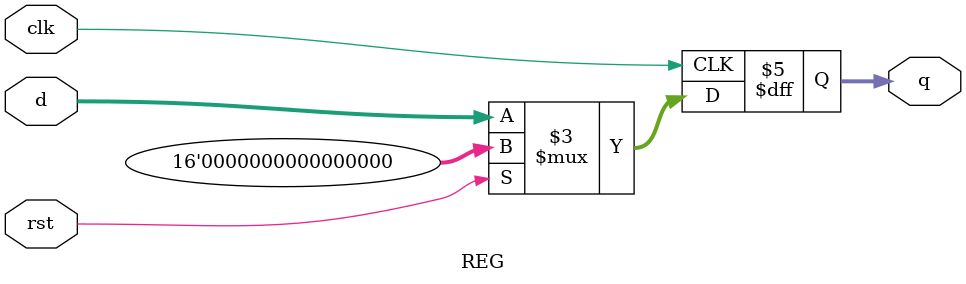
<source format=v>
`timescale 1ns / 1ps


module REG(d, clk, rst, q);
    parameter DATAWIDTH = 16;
    input [DATAWIDTH-1:0] d;
    input clk, rst;
    output reg [DATAWIDTH-1:0] q;
    
    always @(posedge clk) begin
        if(rst)
            q <= 0;
        else 
            q <= d;
    end
endmodule

</source>
